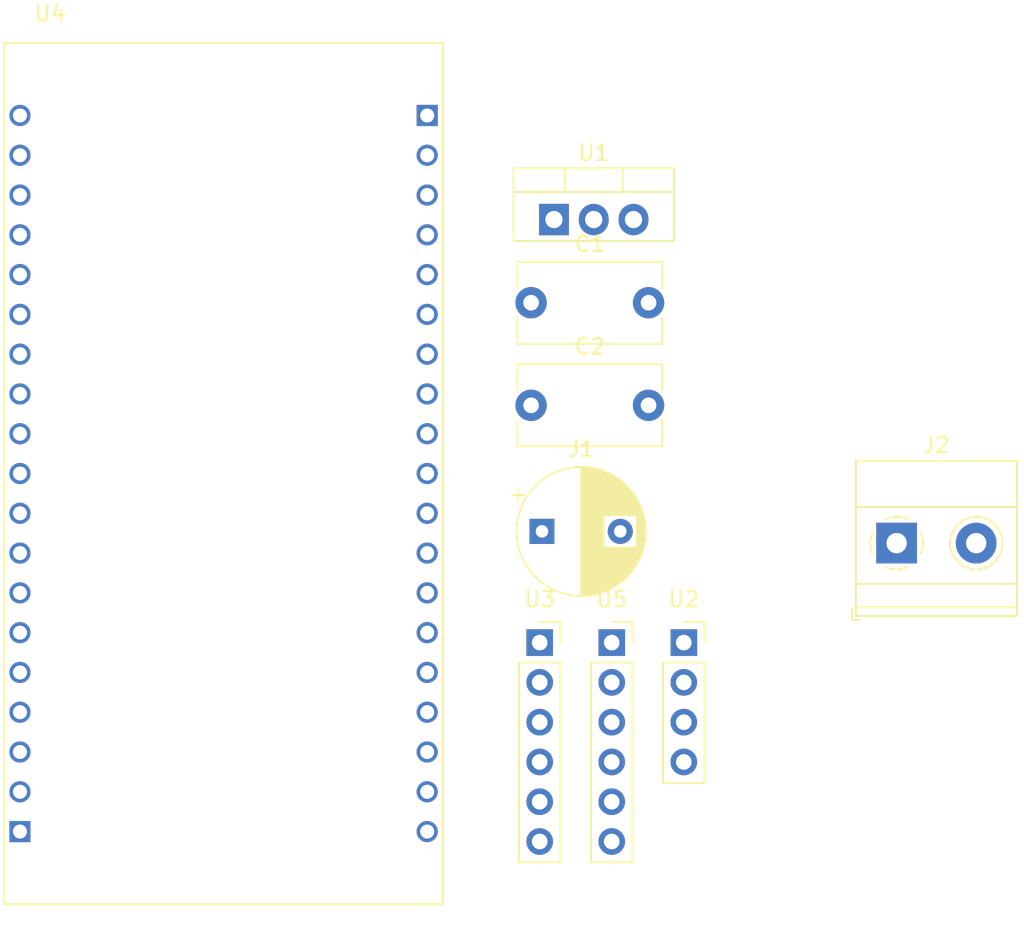
<source format=kicad_pcb>
(kicad_pcb (version 20221018) (generator pcbnew)
  (layers (0 "F.Cu" signal) (1 "In1.Cu" signal) (2 "In2.Cu" signal) (31 "B.Cu" signal) (34 "B.Paste" user) (35 "F.Paste" user) (36 "B.SilkS" user "B.Silkscreen") (37 "F.SilkS" user "F.Silkscreen") (38 "B.Mask" user) (39 "F.Mask" user) (44 "Edge.Cuts" user))
  (net 0 "")
  (net 1 "+12V")
  (net 2 "GND")
  (net 3 "+5V")
  (net 4 "+3V3")
  (net 5 "/CAN_RX")
  (net 6 "/CAN_TX")
  (net 7 "/SCL")
  (net 10 "Net-(J2-Pin_1)")
  (net 11 "Net-(J2-Pin_2)")
  (net 12 "/MISO")
  (net 13 "/SCK")
  (net 14 "/MOSI")
  (net 15 "/CS")
  (footprint "Capacitor_THT:C_Disc_D9.0mm_W5.0mm_P7.50mm" (layer "F.Cu") (at 122.076 92.927)
    (fp_text reference "C2" (at 3.75 -3.75) (layer "F.SilkS"))
    (fp_text value "0.1uF")
    (fp_line (start -0.87 -2.62) (end -0.87 -0.946) (stroke (width 0.12)) (layer "F.SilkS"))
    (fp_line (start -0.87 -2.62) (end 8.37 -2.62) (stroke (width 0.12)) (layer "F.SilkS"))
    (fp_line (start -0.87 0.946) (end -0.87 2.62) (stroke (width 0.12)) (layer "F.SilkS"))
    (fp_line (start -0.87 2.62) (end 8.37 2.62) (stroke (width 0.12)) (layer "F.SilkS"))
    (fp_line (start 8.37 -2.62) (end 8.37 -0.946) (stroke (width 0.12)) (layer "F.SilkS"))
    (fp_line (start 8.37 0.946) (end 8.37 2.62) (stroke (width 0.12)) (layer "F.SilkS"))
    (pad "1" thru_hole circle (at 0 0) (size 2 2) (drill 1) (layers "*.Cu" "*.Mask") (net 3 "+5V"))
    (pad "2" thru_hole circle (at 7.5 0) (size 2 2) (drill 1) (layers "*.Cu" "*.Mask") (net 2 "GND"))
  )
  (footprint "Connector_PinSocket_2.54mm:PinSocket_1x06_P2.54mm_Vertical" (layer "F.Cu") (at 127.226 108.077)
    (fp_text reference "U5" (at 0 -2.77) (layer "F.SilkS"))
    (fp_text value "SD-Card-Module")
    (fp_line (start -1.33 1.27) (end -1.33 14.03) (stroke (width 0.12)) (layer "F.SilkS"))
    (fp_line (start -1.33 1.27) (end 1.33 1.27) (stroke (width 0.12)) (layer "F.SilkS"))
    (fp_line (start -1.33 14.03) (end 1.33 14.03) (stroke (width 0.12)) (layer "F.SilkS"))
    (fp_line (start 0 -1.33) (end 1.33 -1.33) (stroke (width 0.12)) (layer "F.SilkS"))
    (fp_line (start 1.33 -1.33) (end 1.33 0) (stroke (width 0.12)) (layer "F.SilkS"))
    (fp_line (start 1.33 1.27) (end 1.33 14.03) (stroke (width 0.12)) (layer "F.SilkS"))
    (pad "1" thru_hole rect (at 0 0) (size 1.7 1.7) (drill 1) (layers "*.Cu" "*.Mask") (net 2 "GND"))
    (pad "2" thru_hole oval (at 0 2.54) (size 1.7 1.7) (drill 1) (layers "*.Cu" "*.Mask") (net 3 "+5V"))
    (pad "3" thru_hole oval (at 0 5.08) (size 1.7 1.7) (drill 1) (layers "*.Cu" "*.Mask") (net 12 "/MISO"))
    (pad "4" thru_hole oval (at 0 7.62) (size 1.7 1.7) (drill 1) (layers "*.Cu" "*.Mask") (net 14 "/MOSI"))
    (pad "5" thru_hole oval (at 0 10.16) (size 1.7 1.7) (drill 1) (layers "*.Cu" "*.Mask") (net 13 "/SCK"))
    (pad "6" thru_hole oval (at 0 12.7) (size 1.7 1.7) (drill 1) (layers "*.Cu" "*.Mask") (net 15 "/CS"))
  )
  (footprint "Capacitor_THT:CP_Radial_D8.0mm_P5.00mm" (layer "F.Cu") (at 122.770698 100.977)
    (fp_text reference "J1" (at 2.5 -5.25) (layer "F.SilkS"))
    (fp_text value "Conn_01x02")
    (fp_line (start -1.909698 -2.315) (end -1.109698 -2.315) (stroke (width 0.12)) (layer "F.SilkS"))
    (fp_line (start -1.509698 -2.715) (end -1.509698 -1.915) (stroke (width 0.12)) (layer "F.SilkS"))
    (fp_line (start 2.5 -4.08) (end 2.5 4.08) (stroke (width 0.12)) (layer "F.SilkS"))
    (fp_line (start 2.54 -4.08) (end 2.54 4.08) (stroke (width 0.12)) (layer "F.SilkS"))
    (fp_line (start 2.58 -4.08) (end 2.58 4.08) (stroke (width 0.12)) (layer "F.SilkS"))
    (fp_line (start 2.62 -4.079) (end 2.62 4.079) (stroke (width 0.12)) (layer "F.SilkS"))
    (fp_line (start 2.66 -4.077) (end 2.66 4.077) (stroke (width 0.12)) (layer "F.SilkS"))
    (fp_line (start 2.7 -4.076) (end 2.7 4.076) (stroke (width 0.12)) (layer "F.SilkS"))
    (fp_line (start 2.74 -4.074) (end 2.74 4.074) (stroke (width 0.12)) (layer "F.SilkS"))
    (fp_line (start 2.78 -4.071) (end 2.78 4.071) (stroke (width 0.12)) (layer "F.SilkS"))
    (fp_line (start 2.82 -4.068) (end 2.82 4.068) (stroke (width 0.12)) (layer "F.SilkS"))
    (fp_line (start 2.86 -4.065) (end 2.86 4.065) (stroke (width 0.12)) (layer "F.SilkS"))
    (fp_line (start 2.9 -4.061) (end 2.9 4.061) (stroke (width 0.12)) (layer "F.SilkS"))
    (fp_line (start 2.94 -4.057) (end 2.94 4.057) (stroke (width 0.12)) (layer "F.SilkS"))
    (fp_line (start 2.98 -4.052) (end 2.98 4.052) (stroke (width 0.12)) (layer "F.SilkS"))
    (fp_line (start 3.02 -4.048) (end 3.02 4.048) (stroke (width 0.12)) (layer "F.SilkS"))
    (fp_line (start 3.06 -4.042) (end 3.06 4.042) (stroke (width 0.12)) (layer "F.SilkS"))
    (fp_line (start 3.1 -4.037) (end 3.1 4.037) (stroke (width 0.12)) (layer "F.SilkS"))
    (fp_line (start 3.14 -4.03) (end 3.14 4.03) (stroke (width 0.12)) (layer "F.SilkS"))
    (fp_line (start 3.18 -4.024) (end 3.18 4.024) (stroke (width 0.12)) (layer "F.SilkS"))
    (fp_line (start 3.221 -4.017) (end 3.221 4.017) (stroke (width 0.12)) (layer "F.SilkS"))
    (fp_line (start 3.261 -4.01) (end 3.261 4.01) (stroke (width 0.12)) (layer "F.SilkS"))
    (fp_line (start 3.301 -4.002) (end 3.301 4.002) (stroke (width 0.12)) (layer "F.SilkS"))
    (fp_line (start 3.341 -3.994) (end 3.341 3.994) (stroke (width 0.12)) (layer "F.SilkS"))
    (fp_line (start 3.381 -3.985) (end 3.381 3.985) (stroke (width 0.12)) (layer "F.SilkS"))
    (fp_line (start 3.421 -3.976) (end 3.421 3.976) (stroke (width 0.12)) (layer "F.SilkS"))
    (fp_line (start 3.461 -3.967) (end 3.461 3.967) (stroke (width 0.12)) (layer "F.SilkS"))
    (fp_line (start 3.501 -3.957) (end 3.501 3.957) (stroke (width 0.12)) (layer "F.SilkS"))
    (fp_line (start 3.541 -3.947) (end 3.541 3.947) (stroke (width 0.12)) (layer "F.SilkS"))
    (fp_line (start 3.581 -3.936) (end 3.581 3.936) (stroke (width 0.12)) (layer "F.SilkS"))
    (fp_line (start 3.621 -3.925) (end 3.621 3.925) (stroke (width 0.12)) (layer "F.SilkS"))
    (fp_line (start 3.661 -3.914) (end 3.661 3.914) (stroke (width 0.12)) (layer "F.SilkS"))
    (fp_line (start 3.701 -3.902) (end 3.701 3.902) (stroke (width 0.12)) (layer "F.SilkS"))
    (fp_line (start 3.741 -3.889) (end 3.741 3.889) (stroke (width 0.12)) (layer "F.SilkS"))
    (fp_line (start 3.781 -3.877) (end 3.781 3.877) (stroke (width 0.12)) (layer "F.SilkS"))
    (fp_line (start 3.821 -3.863) (end 3.821 3.863) (stroke (width 0.12)) (layer "F.SilkS"))
    (fp_line (start 3.861 -3.85) (end 3.861 3.85) (stroke (width 0.12)) (layer "F.SilkS"))
    (fp_line (start 3.901 -3.835) (end 3.901 3.835) (stroke (width 0.12)) (layer "F.SilkS"))
    (fp_line (start 3.941 -3.821) (end 3.941 3.821) (stroke (width 0.12)) (layer "F.SilkS"))
    (fp_line (start 3.981 -3.805) (end 3.981 -1.04) (stroke (width 0.12)) (layer "F.SilkS"))
    (fp_line (start 3.981 1.04) (end 3.981 3.805) (stroke (width 0.12)) (layer "F.SilkS"))
    (fp_line (start 4.021 -3.79) (end 4.021 -1.04) (stroke (width 0.12)) (layer "F.SilkS"))
    (fp_line (start 4.021 1.04) (end 4.021 3.79) (stroke (width 0.12)) (layer "F.SilkS"))
    (fp_line (start 4.061 -3.774) (end 4.061 -1.04) (stroke (width 0.12)) (layer "F.SilkS"))
    (fp_line (start 4.061 1.04) (end 4.061 3.774) (stroke (width 0.12)) (layer "F.SilkS"))
    (fp_line (start 4.101 -3.757) (end 4.101 -1.04) (stroke (width 0.12)) (layer "F.SilkS"))
    (fp_line (start 4.101 1.04) (end 4.101 3.757) (stroke (width 0.12)) (layer "F.SilkS"))
    (fp_line (start 4.141 -3.74) (end 4.141 -1.04) (stroke (width 0.12)) (layer "F.SilkS"))
    (fp_line (start 4.141 1.04) (end 4.141 3.74) (stroke (width 0.12)) (layer "F.SilkS"))
    (fp_line (start 4.181 -3.722) (end 4.181 -1.04) (stroke (width 0.12)) (layer "F.SilkS"))
    (fp_line (start 4.181 1.04) (end 4.181 3.722) (stroke (width 0.12)) (layer "F.SilkS"))
    (fp_line (start 4.221 -3.704) (end 4.221 -1.04) (stroke (width 0.12)) (layer "F.SilkS"))
    (fp_line (start 4.221 1.04) (end 4.221 3.704) (stroke (width 0.12)) (layer "F.SilkS"))
    (fp_line (start 4.261 -3.686) (end 4.261 -1.04) (stroke (width 0.12)) (layer "F.SilkS"))
    (fp_line (start 4.261 1.04) (end 4.261 3.686) (stroke (width 0.12)) (layer "F.SilkS"))
    (fp_line (start 4.301 -3.666) (end 4.301 -1.04) (stroke (width 0.12)) (layer "F.SilkS"))
    (fp_line (start 4.301 1.04) (end 4.301 3.666) (stroke (width 0.12)) (layer "F.SilkS"))
    (fp_line (start 4.341 -3.647) (end 4.341 -1.04) (stroke (width 0.12)) (layer "F.SilkS"))
    (fp_line (start 4.341 1.04) (end 4.341 3.647) (stroke (width 0.12)) (layer "F.SilkS"))
    (fp_line (start 4.381 -3.627) (end 4.381 -1.04) (stroke (width 0.12)) (layer "F.SilkS"))
    (fp_line (start 4.381 1.04) (end 4.381 3.627) (stroke (width 0.12)) (layer "F.SilkS"))
    (fp_line (start 4.421 -3.606) (end 4.421 -1.04) (stroke (width 0.12)) (layer "F.SilkS"))
    (fp_line (start 4.421 1.04) (end 4.421 3.606) (stroke (width 0.12)) (layer "F.SilkS"))
    (fp_line (start 4.461 -3.584) (end 4.461 -1.04) (stroke (width 0.12)) (layer "F.SilkS"))
    (fp_line (start 4.461 1.04) (end 4.461 3.584) (stroke (width 0.12)) (layer "F.SilkS"))
    (fp_line (start 4.501 -3.562) (end 4.501 -1.04) (stroke (width 0.12)) (layer "F.SilkS"))
    (fp_line (start 4.501 1.04) (end 4.501 3.562) (stroke (width 0.12)) (layer "F.SilkS"))
    (fp_line (start 4.541 -3.54) (end 4.541 -1.04) (stroke (width 0.12)) (layer "F.SilkS"))
    (fp_line (start 4.541 1.04) (end 4.541 3.54) (stroke (width 0.12)) (layer "F.SilkS"))
    (fp_line (start 4.581 -3.517) (end 4.581 -1.04) (stroke (width 0.12)) (layer "F.SilkS"))
    (fp_line (start 4.581 1.04) (end 4.581 3.517) (stroke (width 0.12)) (layer "F.SilkS"))
    (fp_line (start 4.621 -3.493) (end 4.621 -1.04) (stroke (width 0.12)) (layer "F.SilkS"))
    (fp_line (start 4.621 1.04) (end 4.621 3.493) (stroke (width 0.12)) (layer "F.SilkS"))
    (fp_line (start 4.661 -3.469) (end 4.661 -1.04) (stroke (width 0.12)) (layer "F.SilkS"))
    (fp_line (start 4.661 1.04) (end 4.661 3.469) (stroke (width 0.12)) (layer "F.SilkS"))
    (fp_line (start 4.701 -3.444) (end 4.701 -1.04) (stroke (width 0.12)) (layer "F.SilkS"))
    (fp_line (start 4.701 1.04) (end 4.701 3.444) (stroke (width 0.12)) (layer "F.SilkS"))
    (fp_line (start 4.741 -3.418) (end 4.741 -1.04) (stroke (width 0.12)) (layer "F.SilkS"))
    (fp_line (start 4.741 1.04) (end 4.741 3.418) (stroke (width 0.12)) (layer "F.SilkS"))
    (fp_line (start 4.781 -3.392) (end 4.781 -1.04) (stroke (width 0.12)) (layer "F.SilkS"))
    (fp_line (start 4.781 1.04) (end 4.781 3.392) (stroke (width 0.12)) (layer "F.SilkS"))
    (fp_line (start 4.821 -3.365) (end 4.821 -1.04) (stroke (width 0.12)) (layer "F.SilkS"))
    (fp_line (start 4.821 1.04) (end 4.821 3.365) (stroke (width 0.12)) (layer "F.SilkS"))
    (fp_line (start 4.861 -3.338) (end 4.861 -1.04) (stroke (width 0.12)) (layer "F.SilkS"))
    (fp_line (start 4.861 1.04) (end 4.861 3.338) (stroke (width 0.12)) (layer "F.SilkS"))
    (fp_line (start 4.901 -3.309) (end 4.901 -1.04) (stroke (width 0.12)) (layer "F.SilkS"))
    (fp_line (start 4.901 1.04) (end 4.901 3.309) (stroke (width 0.12)) (layer "F.SilkS"))
    (fp_line (start 4.941 -3.28) (end 4.941 -1.04) (stroke (width 0.12)) (layer "F.SilkS"))
    (fp_line (start 4.941 1.04) (end 4.941 3.28) (stroke (width 0.12)) (layer "F.SilkS"))
    (fp_line (start 4.981 -3.25) (end 4.981 -1.04) (stroke (width 0.12)) (layer "F.SilkS"))
    (fp_line (start 4.981 1.04) (end 4.981 3.25) (stroke (width 0.12)) (layer "F.SilkS"))
    (fp_line (start 5.021 -3.22) (end 5.021 -1.04) (stroke (width 0.12)) (layer "F.SilkS"))
    (fp_line (start 5.021 1.04) (end 5.021 3.22) (stroke (width 0.12)) (layer "F.SilkS"))
    (fp_line (start 5.061 -3.189) (end 5.061 -1.04) (stroke (width 0.12)) (layer "F.SilkS"))
    (fp_line (start 5.061 1.04) (end 5.061 3.189) (stroke (width 0.12)) (layer "F.SilkS"))
    (fp_line (start 5.101 -3.156) (end 5.101 -1.04) (stroke (width 0.12)) (layer "F.SilkS"))
    (fp_line (start 5.101 1.04) (end 5.101 3.156) (stroke (width 0.12)) (layer "F.SilkS"))
    (fp_line (start 5.141 -3.124) (end 5.141 -1.04) (stroke (width 0.12)) (layer "F.SilkS"))
    (fp_line (start 5.141 1.04) (end 5.141 3.124) (stroke (width 0.12)) (layer "F.SilkS"))
    (fp_line (start 5.181 -3.09) (end 5.181 -1.04) (stroke (width 0.12)) (layer "F.SilkS"))
    (fp_line (start 5.181 1.04) (end 5.181 3.09) (stroke (width 0.12)) (layer "F.SilkS"))
    (fp_line (start 5.221 -3.055) (end 5.221 -1.04) (stroke (width 0.12)) (layer "F.SilkS"))
    (fp_line (start 5.221 1.04) (end 5.221 3.055) (stroke (width 0.12)) (layer "F.SilkS"))
    (fp_line (start 5.261 -3.019) (end 5.261 -1.04) (stroke (width 0.12)) (layer "F.SilkS"))
    (fp_line (start 5.261 1.04) (end 5.261 3.019) (stroke (width 0.12)) (layer "F.SilkS"))
    (fp_line (start 5.301 -2.983) (end 5.301 -1.04) (stroke (width 0.12)) (layer "F.SilkS"))
    (fp_line (start 5.301 1.04) (end 5.301 2.983) (stroke (width 0.12)) (layer "F.SilkS"))
    (fp_line (start 5.341 -2.945) (end 5.341 -1.04) (stroke (width 0.12)) (layer "F.SilkS"))
    (fp_line (start 5.341 1.04) (end 5.341 2.945) (stroke (width 0.12)) (layer "F.SilkS"))
    (fp_line (start 5.381 -2.907) (end 5.381 -1.04) (stroke (width 0.12)) (layer "F.SilkS"))
    (fp_line (start 5.381 1.04) (end 5.381 2.907) (stroke (width 0.12)) (layer "F.SilkS"))
    (fp_line (start 5.421 -2.867) (end 5.421 -1.04) (stroke (width 0.12)) (layer "F.SilkS"))
    (fp_line (start 5.421 1.04) (end 5.421 2.867) (stroke (width 0.12)) (layer "F.SilkS"))
    (fp_line (start 5.461 -2.826) (end 5.461 -1.04) (stroke (width 0.12)) (layer "F.SilkS"))
    (fp_line (start 5.461 1.04) (end 5.461 2.826) (stroke (width 0.12)) (layer "F.SilkS"))
    (fp_line (start 5.501 -2.784) (end 5.501 -1.04) (stroke (width 0.12)) (layer "F.SilkS"))
    (fp_line (start 5.501 1.04) (end 5.501 2.784) (stroke (width 0.12)) (layer "F.SilkS"))
    (fp_line (start 5.541 -2.741) (end 5.541 -1.04) (stroke (width 0.12)) (layer "F.SilkS"))
    (fp_line (start 5.541 1.04) (end 5.541 2.741) (stroke (width 0.12)) (layer "F.SilkS"))
    (fp_line (start 5.581 -2.697) (end 5.581 -1.04) (stroke (width 0.12)) (layer "F.SilkS"))
    (fp_line (start 5.581 1.04) (end 5.581 2.697) (stroke (width 0.12)) (layer "F.SilkS"))
    (fp_line (start 5.621 -2.651) (end 5.621 -1.04) (stroke (width 0.12)) (layer "F.SilkS"))
    (fp_line (start 5.621 1.04) (end 5.621 2.651) (stroke (width 0.12)) (layer "F.SilkS"))
    (fp_line (start 5.661 -2.604) (end 5.661 -1.04) (stroke (width 0.12)) (layer "F.SilkS"))
    (fp_line (start 5.661 1.04) (end 5.661 2.604) (stroke (width 0.12)) (layer "F.SilkS"))
    (fp_line (start 5.701 -2.556) (end 5.701 -1.04) (stroke (width 0.12)) (layer "F.SilkS"))
    (fp_line (start 5.701 1.04) (end 5.701 2.556) (stroke (width 0.12)) (layer "F.SilkS"))
    (fp_line (start 5.741 -2.505) (end 5.741 -1.04) (stroke (width 0.12)) (layer "F.SilkS"))
    (fp_line (start 5.741 1.04) (end 5.741 2.505) (stroke (width 0.12)) (layer "F.SilkS"))
    (fp_line (start 5.781 -2.454) (end 5.781 -1.04) (stroke (width 0.12)) (layer "F.SilkS"))
    (fp_line (start 5.781 1.04) (end 5.781 2.454) (stroke (width 0.12)) (layer "F.SilkS"))
    (fp_line (start 5.821 -2.4) (end 5.821 -1.04) (stroke (width 0.12)) (layer "F.SilkS"))
    (fp_line (start 5.821 1.04) (end 5.821 2.4) (stroke (width 0.12)) (layer "F.SilkS"))
    (fp_line (start 5.861 -2.345) (end 5.861 -1.04) (stroke (width 0.12)) (layer "F.SilkS"))
    (fp_line (start 5.861 1.04) (end 5.861 2.345) (stroke (width 0.12)) (layer "F.SilkS"))
    (fp_line (start 5.901 -2.287) (end 5.901 -1.04) (stroke (width 0.12)) (layer "F.SilkS"))
    (fp_line (start 5.901 1.04) (end 5.901 2.287) (stroke (width 0.12)) (layer "F.SilkS"))
    (fp_line (start 5.941 -2.228) (end 5.941 -1.04) (stroke (width 0.12)) (layer "F.SilkS"))
    (fp_line (start 5.941 1.04) (end 5.941 2.228) (stroke (width 0.12)) (layer "F.SilkS"))
    (fp_line (start 5.981 -2.166) (end 5.981 -1.04) (stroke (width 0.12)) (layer "F.SilkS"))
    (fp_line (start 5.981 1.04) (end 5.981 2.166) (stroke (width 0.12)) (layer "F.SilkS"))
    (fp_line (start 6.021 -2.102) (end 6.021 -1.04) (stroke (width 0.12)) (layer "F.SilkS"))
    (fp_line (start 6.021 1.04) (end 6.021 2.102) (stroke (width 0.12)) (layer "F.SilkS"))
    (fp_line (start 6.061 -2.034) (end 6.061 2.034) (stroke (width 0.12)) (layer "F.SilkS"))
    (fp_line (start 6.101 -1.964) (end 6.101 1.964) (stroke (width 0.12)) (layer "F.SilkS"))
    (fp_line (start 6.141 -1.89) (end 6.141 1.89) (stroke (width 0.12)) (layer "F.SilkS"))
    (fp_line (start 6.181 -1.813) (end 6.181 1.813) (stroke (width 0.12)) (layer "F.SilkS"))
    (fp_line (start 6.221 -1.731) (end 6.221 1.731) (stroke (width 0.12)) (layer "F.SilkS"))
    (fp_line (start 6.261 -1.645) (end 6.261 1.645) (stroke (width 0.12)) (layer "F.SilkS"))
    (fp_line (start 6.301 -1.552) (end 6.301 1.552) (stroke (width 0.12)) (layer "F.SilkS"))
    (fp_line (start 6.341 -1.453) (end 6.341 1.453) (stroke (width 0.12)) (layer "F.SilkS"))
    (fp_line (start 6.381 -1.346) (end 6.381 1.346) (stroke (width 0.12)) (layer "F.SilkS"))
    (fp_line (start 6.421 -1.229) (end 6.421 1.229) (stroke (width 0.12)) (layer "F.SilkS"))
    (fp_line (start 6.461 -1.098) (end 6.461 1.098) (stroke (width 0.12)) (layer "F.SilkS"))
    (fp_line (start 6.501 -0.948) (end 6.501 0.948) (stroke (width 0.12)) (layer "F.SilkS"))
    (fp_line (start 6.541 -0.768) (end 6.541 0.768) (stroke (width 0.12)) (layer "F.SilkS"))
    (fp_line (start 6.581 -0.533) (end 6.581 0.533) (stroke (width 0.12)) (layer "F.SilkS"))
    (fp_circle (center 2.5 0) (end 6.62 0) (stroke (width 0.12)) (fill none) (layer "F.SilkS"))
    (pad "1" thru_hole rect (at 0 0) (size 1.6 1.6) (drill 0.8) (layers "*.Cu" "*.Mask") (net 1 "+12V"))
    (pad "2" thru_hole circle (at 5 0) (size 1.6 1.6) (drill 0.8) (layers "*.Cu" "*.Mask") (net 2 "GND"))
  )
  (footprint "Espressif:MODULE_ESP32_NODEMCU" (layer "F.Cu") (at 102.443 97.282)
    (fp_text reference "U4" (at -11.075 -29.385) (layer "F.SilkS"))
    (fp_text value "ESP32-DevKitC")
    (fp_line (start -14 -27.5) (end -14 27.5) (stroke (width 0.127)) (layer "F.SilkS"))
    (fp_line (start -14 -27.5) (end 14 -27.5) (stroke (width 0.127)) (layer "F.SilkS"))
    (fp_line (start -14 27.5) (end 14 27.5) (stroke (width 0.127)) (layer "F.SilkS"))
    (fp_line (start 14 -27.5) (end 14 27.5) (stroke (width 0.127)) (layer "F.SilkS"))
    (pad "" np_thru_hole circle (at -12.5 -26) (size 2.25 2.25) (drill 2.25) (layers "*.Cu" "*.Mask"))
    (pad "" np_thru_hole circle (at -12.5 26) (size 2.25 2.25) (drill 2.25) (layers "*.Cu" "*.Mask"))
    (pad "" np_thru_hole circle (at 12.5 -26) (size 2.25 2.25) (drill 2.25) (layers "*.Cu" "*.Mask"))
    (pad "" np_thru_hole circle (at 12.5 26) (size 2.25 2.25) (drill 2.25) (layers "*.Cu" "*.Mask"))
    (pad "J4_1" thru_hole rect (at 13 -22.86) (size 1.35 1.35) (drill 0.9) (layers "*.Cu" "*.Mask"))
    (pad "J4_2" thru_hole circle (at 13 -20.32) (size 1.35 1.35) (drill 0.9) (layers "*.Cu" "*.Mask"))
    (pad "J4_3" thru_hole circle (at 13 -17.78) (size 1.35 1.35) (drill 0.9) (layers "*.Cu" "*.Mask"))
    (pad "J4_4" thru_hole circle (at 13 -15.24) (size 1.35 1.35) (drill 0.9) (layers "*.Cu" "*.Mask"))
    (pad "J4_5" thru_hole circle (at 13 -12.7) (size 1.35 1.35) (drill 0.9) (layers "*.Cu" "*.Mask"))
    (pad "J4_6" thru_hole circle (at 13 -10.16) (size 1.35 1.35) (drill 0.9) (layers "*.Cu" "*.Mask"))
    (pad "J4_7" thru_hole circle (at 13 -7.62) (size 1.35 1.35) (drill 0.9) (layers "*.Cu" "*.Mask"))
    (pad "J4_8" thru_hole circle (at 13 -5.08) (size 1.35 1.35) (drill 0.9) (layers "*.Cu" "*.Mask"))
    (pad "J4_9" thru_hole circle (at 13 -2.54) (size 1.35 1.35) (drill 0.9) (layers "*.Cu" "*.Mask"))
    (pad "J4_10" thru_hole circle (at 13 0) (size 1.35 1.35) (drill 0.9) (layers "*.Cu" "*.Mask"))
    (pad "J4_11" thru_hole circle (at 13 2.54) (size 1.35 1.35) (drill 0.9) (layers "*.Cu" "*.Mask"))
    (pad "J4_12" thru_hole circle (at 13 5.08) (size 1.35 1.35) (drill 0.9) (layers "*.Cu" "*.Mask"))
    (pad "J4_13" thru_hole circle (at 13 7.62) (size 1.35 1.35) (drill 0.9) (layers "*.Cu" "*.Mask"))
    (pad "J4_14" thru_hole circle (at 13 10.16) (size 1.35 1.35) (drill 0.9) (layers "*.Cu" "*.Mask"))
    (pad "J4_15" thru_hole circle (at 13 12.7) (size 1.35 1.35) (drill 0.9) (layers "*.Cu" "*.Mask"))
    (pad "J4_16" thru_hole circle (at 13 15.24) (size 1.35 1.35) (drill 0.9) (layers "*.Cu" "*.Mask"))
    (pad "J4_17" thru_hole circle (at 13 17.78) (size 1.35 1.35) (drill 0.9) (layers "*.Cu" "*.Mask"))
    (pad "J4_18" thru_hole circle (at 13 20.32) (size 1.35 1.35) (drill 0.9) (layers "*.Cu" "*.Mask"))
    (pad "J4_19" thru_hole circle (at 13 22.86) (size 1.35 1.35) (drill 0.9) (layers "*.Cu" "*.Mask"))
    (pad "J5_1" thru_hole rect (at -13 22.86) (size 1.35 1.35) (drill 0.9) (layers "*.Cu" "*.Mask"))
    (pad "J5_2" thru_hole circle (at -13 20.32) (size 1.35 1.35) (drill 0.9) (layers "*.Cu" "*.Mask"))
    (pad "J5_3" thru_hole circle (at -13 17.78) (size 1.35 1.35) (drill 0.9) (layers "*.Cu" "*.Mask"))
    (pad "J5_4" thru_hole circle (at -13 15.24) (size 1.35 1.35) (drill 0.9) (layers "*.Cu" "*.Mask"))
    (pad "J5_5" thru_hole circle (at -13 12.7) (size 1.35 1.35) (drill 0.9) (layers "*.Cu" "*.Mask"))
    (pad "J5_6" thru_hole circle (at -13 10.16) (size 1.35 1.35) (drill 0.9) (layers "*.Cu" "*.Mask"))
    (pad "J5_7" thru_hole circle (at -13 7.62) (size 1.35 1.35) (drill 0.9) (layers "*.Cu" "*.Mask"))
    (pad "J5_8" thru_hole circle (at -13 5.08) (size 1.35 1.35) (drill 0.9) (layers "*.Cu" "*.Mask"))
    (pad "J5_9" thru_hole circle (at -13 2.54) (size 1.35 1.35) (drill 0.9) (layers "*.Cu" "*.Mask"))
    (pad "J5_10" thru_hole circle (at -13 0) (size 1.35 1.35) (drill 0.9) (layers "*.Cu" "*.Mask"))
    (pad "J5_11" thru_hole circle (at -13 -2.54) (size 1.35 1.35) (drill 0.9) (layers "*.Cu" "*.Mask"))
    (pad "J5_12" thru_hole circle (at -13 -5.08) (size 1.35 1.35) (drill 0.9) (layers "*.Cu" "*.Mask"))
    (pad "J5_13" thru_hole circle (at -13 -7.62) (size 1.35 1.35) (drill 0.9) (layers "*.Cu" "*.Mask"))
    (pad "J5_14" thru_hole circle (at -13 -10.16) (size 1.35 1.35) (drill 0.9) (layers "*.Cu" "*.Mask"))
    (pad "J5_15" thru_hole circle (at -13 -12.7) (size 1.35 1.35) (drill 0.9) (layers "*.Cu" "*.Mask"))
    (pad "J5_16" thru_hole circle (at -13 -15.24) (size 1.35 1.35) (drill 0.9) (layers "*.Cu" "*.Mask"))
    (pad "J5_17" thru_hole circle (at -13 -17.78) (size 1.35 1.35) (drill 0.9) (layers "*.Cu" "*.Mask"))
    (pad "J5_18" thru_hole circle (at -13 -20.32) (size 1.35 1.35) (drill 0.9) (layers "*.Cu" "*.Mask"))
    (pad "J5_19" thru_hole circle (at -13 -22.86) (size 1.35 1.35) (drill 0.9) (layers "*.Cu" "*.Mask"))
  )
  (footprint "Package_TO_SOT_THT:TO-220-3_Vertical" (layer "F.Cu") (at 123.536 81.067)
    (fp_text reference "U1" (at 2.54 -4.27) (layer "F.SilkS"))
    (fp_text value "LM7805_TO220")
    (fp_line (start -2.58 -3.27) (end -2.58 1.371) (stroke (width 0.12)) (layer "F.SilkS"))
    (fp_line (start -2.58 -3.27) (end 7.66 -3.27) (stroke (width 0.12)) (layer "F.SilkS"))
    (fp_line (start -2.58 -1.76) (end 7.66 -1.76) (stroke (width 0.12)) (layer "F.SilkS"))
    (fp_line (start -2.58 1.371) (end 7.66 1.371) (stroke (width 0.12)) (layer "F.SilkS"))
    (fp_line (start 0.69 -3.27) (end 0.69 -1.76) (stroke (width 0.12)) (layer "F.SilkS"))
    (fp_line (start 4.391 -3.27) (end 4.391 -1.76) (stroke (width 0.12)) (layer "F.SilkS"))
    (fp_line (start 7.66 -3.27) (end 7.66 1.371) (stroke (width 0.12)) (layer "F.SilkS"))
    (pad "1" thru_hole rect (at 0 0) (size 1.905 2) (drill 1.1) (layers "*.Cu" "*.Mask") (net 1 "+12V"))
    (pad "2" thru_hole oval (at 2.54 0) (size 1.905 2) (drill 1.1) (layers "*.Cu" "*.Mask") (net 2 "GND"))
    (pad "3" thru_hole oval (at 5.08 0) (size 1.905 2) (drill 1.1) (layers "*.Cu" "*.Mask") (net 3 "+5V"))
  )
  (footprint "TerminalBlock_Phoenix:TerminalBlock_Phoenix_MKDS-1,5-2-5.08_1x02_P5.08mm_Horizontal" (layer "F.Cu") (at 145.415 101.727)
    (fp_text reference "J2" (at 2.54 -6.26) (layer "F.SilkS"))
    (fp_text value "Conn_01x02")
    (fp_line (start -2.84 4.16) (end -2.84 4.9) (stroke (width 0.12)) (layer "F.SilkS"))
    (fp_line (start -2.84 4.9) (end -2.34 4.9) (stroke (width 0.12)) (layer "F.SilkS"))
    (fp_line (start -2.6 -5.261) (end -2.6 4.66) (stroke (width 0.12)) (layer "F.SilkS"))
    (fp_line (start -2.6 -5.261) (end 7.68 -5.261) (stroke (width 0.12)) (layer "F.SilkS"))
    (fp_line (start -2.6 -2.301) (end 7.68 -2.301) (stroke (width 0.12)) (layer "F.SilkS"))
    (fp_line (start -2.6 2.6) (end 7.68 2.6) (stroke (width 0.12)) (layer "F.SilkS"))
    (fp_line (start -2.6 4.1) (end 7.68 4.1) (stroke (width 0.12)) (layer "F.SilkS"))
    (fp_line (start -2.6 4.66) (end 7.68 4.66) (stroke (width 0.12)) (layer "F.SilkS"))
    (fp_line (start 3.853 1.023) (end 3.806 1.069) (stroke (width 0.12)) (layer "F.SilkS"))
    (fp_line (start 4.046 1.239) (end 4.011 1.274) (stroke (width 0.12)) (layer "F.SilkS"))
    (fp_line (start 6.15 -1.275) (end 6.115 -1.239) (stroke (width 0.12)) (layer "F.SilkS"))
    (fp_line (start 6.355 -1.069) (end 6.308 -1.023) (stroke (width 0.12)) (layer "F.SilkS"))
    (fp_line (start 7.68 -5.261) (end 7.68 4.66) (stroke (width 0.12)) (layer "F.SilkS"))
    (fp_arc (start -1.535427 0.683042) (mid -1.680501 -0.000524) (end -1.535 -0.684) (stroke (width 0.12)) (layer "F.SilkS"))
    (fp_arc (start -0.683042 -1.535427) (mid 0.000524 -1.680501) (end 0.684 -1.535) (stroke (width 0.12)) (layer "F.SilkS"))
    (fp_arc (start 0.028805 1.680253) (mid -0.335551 1.646659) (end -0.684 1.535) (stroke (width 0.12)) (layer "F.SilkS"))
    (fp_arc (start 0.683318 1.534756) (mid 0.349292 1.643288) (end 0 1.68) (stroke (width 0.12)) (layer "F.SilkS"))
    (fp_arc (start 1.535427 -0.683042) (mid 1.680501 0.000524) (end 1.535 0.684) (stroke (width 0.12)) (layer "F.SilkS"))
    (fp_circle (center 5.08 0) (end 6.76 0) (stroke (width 0.12)) (fill none) (layer "F.SilkS"))
    (pad "1" thru_hole rect (at 0 0) (size 2.6 2.6) (drill 1.3) (layers "*.Cu" "*.Mask") (net 10 "Net-(J2-Pin_1)"))
    (pad "2" thru_hole circle (at 5.08 0) (size 2.6 2.6) (drill 1.3) (layers "*.Cu" "*.Mask") (net 11 "Net-(J2-Pin_2)"))
  )
  (footprint "Capacitor_THT:C_Disc_D9.0mm_W5.0mm_P7.50mm" (layer "F.Cu") (at 122.076 86.377)
    (fp_text reference "C1" (at 3.75 -3.75) (layer "F.SilkS"))
    (fp_text value "0.33uF")
    (fp_line (start -0.87 -2.62) (end -0.87 -0.946) (stroke (width 0.12)) (layer "F.SilkS"))
    (fp_line (start -0.87 -2.62) (end 8.37 -2.62) (stroke (width 0.12)) (layer "F.SilkS"))
    (fp_line (start -0.87 0.946) (end -0.87 2.62) (stroke (width 0.12)) (layer "F.SilkS"))
    (fp_line (start -0.87 2.62) (end 8.37 2.62) (stroke (width 0.12)) (layer "F.SilkS"))
    (fp_line (start 8.37 -2.62) (end 8.37 -0.946) (stroke (width 0.12)) (layer "F.SilkS"))
    (fp_line (start 8.37 0.946) (end 8.37 2.62) (stroke (width 0.12)) (layer "F.SilkS"))
    (pad "1" thru_hole circle (at 0 0) (size 2 2) (drill 1) (layers "*.Cu" "*.Mask") (net 1 "+12V"))
    (pad "2" thru_hole circle (at 7.5 0) (size 2 2) (drill 1) (layers "*.Cu" "*.Mask") (net 2 "GND"))
  )
  (footprint "Connector_PinSocket_2.54mm:PinSocket_1x06_P2.54mm_Vertical" (layer "F.Cu") (at 122.626 108.077)
    (fp_text reference "U3" (at 0 -2.77) (layer "F.SilkS"))
    (fp_text value "RTC-Module")
    (fp_line (start -1.33 1.27) (end -1.33 14.03) (stroke (width 0.12)) (layer "F.SilkS"))
    (fp_line (start -1.33 1.27) (end 1.33 1.27) (stroke (width 0.12)) (layer "F.SilkS"))
    (fp_line (start -1.33 14.03) (end 1.33 14.03) (stroke (width 0.12)) (layer "F.SilkS"))
    (fp_line (start 0 -1.33) (end 1.33 -1.33) (stroke (width 0.12)) (layer "F.SilkS"))
    (fp_line (start 1.33 -1.33) (end 1.33 0) (stroke (width 0.12)) (layer "F.SilkS"))
    (fp_line (start 1.33 1.27) (end 1.33 14.03) (stroke (width 0.12)) (layer "F.SilkS"))
    (pad "1" thru_hole rect (at 0 0) (size 1.7 1.7) (drill 1) (layers "*.Cu" "*.Mask") (net 3 "+5V"))
    (pad "2" thru_hole oval (at 0 2.54) (size 1.7 1.7) (drill 1) (layers "*.Cu" "*.Mask") (net 2 "GND"))
    (pad "3" thru_hole oval (at 0 5.08) (size 1.7 1.7) (drill 1) (layers "*.Cu" "*.Mask"))
    (pad "4" thru_hole oval (at 0 7.62) (size 1.7 1.7) (drill 1) (layers "*.Cu" "*.Mask") (net 7 "/SCL"))
    (pad "5" thru_hole oval (at 0 10.16) (size 1.7 1.7) (drill 1) (layers "*.Cu" "*.Mask"))
    (pad "6" thru_hole oval (at 0 12.7) (size 1.7 1.7) (drill 1) (layers "*.Cu" "*.Mask"))
  )
  (footprint "Connector_PinSocket_2.54mm:PinSocket_1x04_P2.54mm_Vertical" (layer "F.Cu") (at 131.826 108.077)
    (fp_text reference "U2" (at 0 -2.77) (layer "F.SilkS"))
    (fp_text value "SN65HVD230-Module")
    (fp_line (start -1.33 1.27) (end -1.33 8.95) (stroke (width 0.12)) (layer "F.SilkS"))
    (fp_line (start -1.33 1.27) (end 1.33 1.27) (stroke (width 0.12)) (layer "F.SilkS"))
    (fp_line (start -1.33 8.95) (end 1.33 8.95) (stroke (width 0.12)) (layer "F.SilkS"))
    (fp_line (start 0 -1.33) (end 1.33 -1.33) (stroke (width 0.12)) (layer "F.SilkS"))
    (fp_line (start 1.33 -1.33) (end 1.33 0) (stroke (width 0.12)) (layer "F.SilkS"))
    (fp_line (start 1.33 1.27) (end 1.33 8.95) (stroke (width 0.12)) (layer "F.SilkS"))
    (pad "1" thru_hole rect (at 0 0) (size 1.7 1.7) (drill 1) (layers "*.Cu" "*.Mask") (net 4 "+3V3"))
    (pad "2" thru_hole oval (at 0 2.54) (size 1.7 1.7) (drill 1) (layers "*.Cu" "*.Mask") (net 2 "GND"))
    (pad "3" thru_hole oval (at 0 5.08) (size 1.7 1.7) (drill 1) (layers "*.Cu" "*.Mask") (net 5 "/CAN_RX"))
    (pad "4" thru_hole oval (at 0 7.62) (size 1.7 1.7) (drill 1) (layers "*.Cu" "*.Mask") (net 6 "/CAN_TX"))
  )
)
</source>
